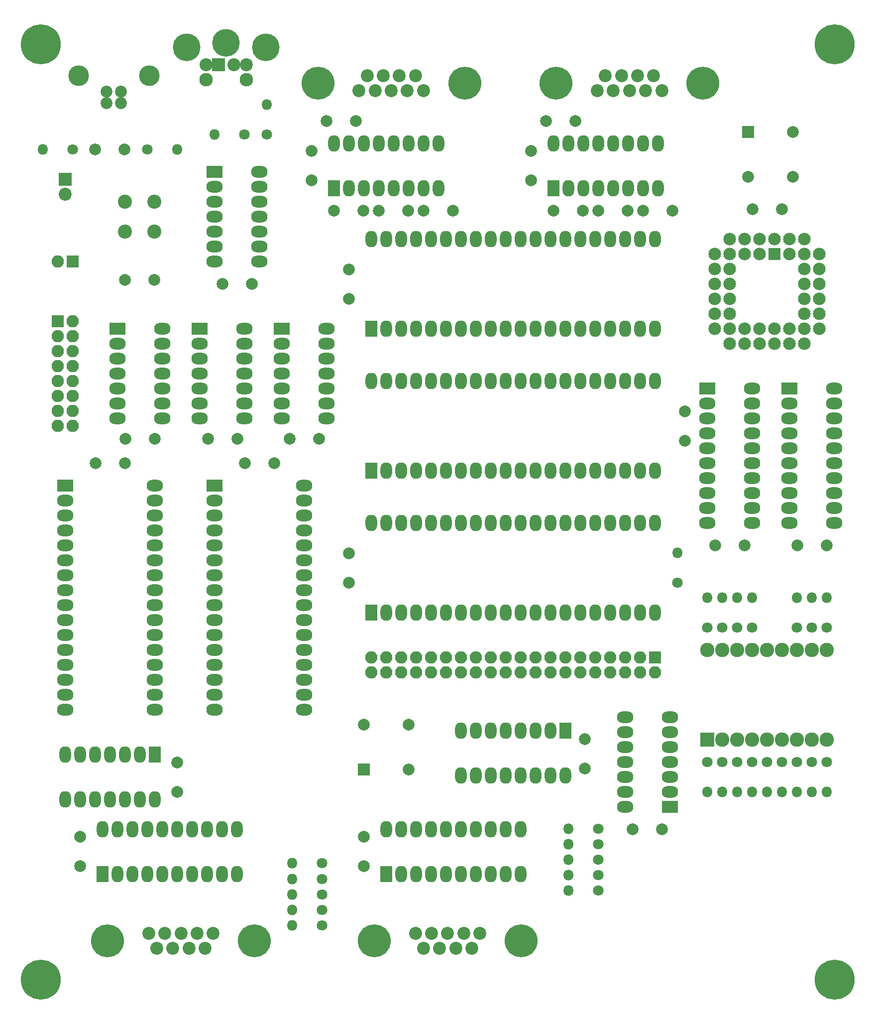
<source format=gbr>
%TF.GenerationSoftware,KiCad,Pcbnew,4.0.7*%
%TF.CreationDate,2018-05-30T14:50:17-04:00*%
%TF.ProjectId,z80,7A38302E6B696361645F706362000000,1*%
%TF.FileFunction,Soldermask,Top*%
%FSLAX46Y46*%
G04 Gerber Fmt 4.6, Leading zero omitted, Abs format (unit mm)*
G04 Created by KiCad (PCBNEW 4.0.7) date Wednesday, May 30, 2018 'PMt' 02:50:17 PM*
%MOMM*%
%LPD*%
G01*
G04 APERTURE LIST*
%ADD10C,0.150000*%
%ADD11C,6.800000*%
%ADD12R,2.432000X2.432000*%
%ADD13C,2.432000*%
%ADD14C,2.000000*%
%ADD15R,2.200000X2.200000*%
%ADD16C,2.200000*%
%ADD17R,2.100000X2.100000*%
%ADD18O,2.100000X2.100000*%
%ADD19C,1.800000*%
%ADD20O,1.800000X1.800000*%
%ADD21C,2.400000*%
%ADD22R,2.000000X2.800000*%
%ADD23O,2.000000X2.800000*%
%ADD24R,2.800000X2.000000*%
%ADD25O,2.800000X2.000000*%
%ADD26R,2.150000X2.150000*%
%ADD27C,2.150000*%
%ADD28R,2.000000X2.000000*%
%ADD29C,5.600000*%
%ADD30C,2.020000*%
%ADD31C,3.500000*%
%ADD32C,4.700000*%
%ADD33C,2.300000*%
G04 APERTURE END LIST*
D10*
D11*
X20000000Y-20000000D03*
X20000000Y-179000000D03*
X155000000Y-179000000D03*
D12*
X133350000Y-138200000D03*
D13*
X135890000Y-138200000D03*
X138430000Y-138200000D03*
X140970000Y-138200000D03*
X140970000Y-122960000D03*
X138430000Y-122960000D03*
X135890000Y-122960000D03*
X133350000Y-122960000D03*
X143510000Y-138200000D03*
X146050000Y-138200000D03*
X148590000Y-138200000D03*
X151130000Y-138200000D03*
X143510000Y-122960000D03*
X146050000Y-122960000D03*
X148590000Y-122960000D03*
X151130000Y-122960000D03*
X153670000Y-138200000D03*
X153670000Y-122960000D03*
D14*
X39340800Y-60069600D03*
X34340800Y-60069600D03*
X72390000Y-111530000D03*
X72390000Y-106530000D03*
X55880000Y-60730000D03*
X50880000Y-60730000D03*
X34290000Y-91210000D03*
X29290000Y-91210000D03*
X43180000Y-147090000D03*
X43180000Y-142090000D03*
X59690000Y-91210000D03*
X54690000Y-91210000D03*
X112572800Y-143098400D03*
X112572800Y-138098400D03*
X26670000Y-154710000D03*
X26670000Y-159710000D03*
X74930000Y-154710000D03*
X74930000Y-159710000D03*
X139700000Y-105180000D03*
X134700000Y-105180000D03*
X153670000Y-105180000D03*
X148670000Y-105180000D03*
X69850000Y-48284000D03*
X74850000Y-48284000D03*
X107238800Y-48284000D03*
X112238800Y-48284000D03*
X77470000Y-48284000D03*
X82470000Y-48284000D03*
X114858800Y-48284000D03*
X119858800Y-48284000D03*
X66040000Y-38124000D03*
X66040000Y-43124000D03*
X85090000Y-48284000D03*
X90090000Y-48284000D03*
X103428800Y-38124000D03*
X103428800Y-43124000D03*
X122478800Y-48284000D03*
X127478800Y-48284000D03*
X120650000Y-153440000D03*
X125650000Y-153440000D03*
X72390000Y-63270000D03*
X72390000Y-58270000D03*
X68580000Y-33044000D03*
X73580000Y-33044000D03*
X105968800Y-33044000D03*
X110968800Y-33044000D03*
X29210000Y-37870000D03*
X34210000Y-37870000D03*
X129540000Y-82400000D03*
X129540000Y-87400000D03*
X67310000Y-87095200D03*
X62310000Y-87095200D03*
X146050000Y-48030000D03*
X141050000Y-48030000D03*
X39370000Y-87095200D03*
X34370000Y-87095200D03*
X53441600Y-87095200D03*
X48441600Y-87095200D03*
D15*
X24130000Y-42950000D03*
D16*
X24130000Y-45490000D03*
D17*
X22860000Y-67080000D03*
D18*
X25400000Y-67080000D03*
X22860000Y-69620000D03*
X25400000Y-69620000D03*
X22860000Y-72160000D03*
X25400000Y-72160000D03*
X22860000Y-74700000D03*
X25400000Y-74700000D03*
X22860000Y-77240000D03*
X25400000Y-77240000D03*
X22860000Y-79780000D03*
X25400000Y-79780000D03*
X22860000Y-82320000D03*
X25400000Y-82320000D03*
X22860000Y-84860000D03*
X25400000Y-84860000D03*
D17*
X124460000Y-124230000D03*
D18*
X124460000Y-126770000D03*
X121920000Y-124230000D03*
X121920000Y-126770000D03*
X119380000Y-124230000D03*
X119380000Y-126770000D03*
X116840000Y-124230000D03*
X116840000Y-126770000D03*
X114300000Y-124230000D03*
X114300000Y-126770000D03*
X111760000Y-124230000D03*
X111760000Y-126770000D03*
X109220000Y-124230000D03*
X109220000Y-126770000D03*
X106680000Y-124230000D03*
X106680000Y-126770000D03*
X104140000Y-124230000D03*
X104140000Y-126770000D03*
X101600000Y-124230000D03*
X101600000Y-126770000D03*
X99060000Y-124230000D03*
X99060000Y-126770000D03*
X96520000Y-124230000D03*
X96520000Y-126770000D03*
X93980000Y-124230000D03*
X93980000Y-126770000D03*
X91440000Y-124230000D03*
X91440000Y-126770000D03*
X88900000Y-124230000D03*
X88900000Y-126770000D03*
X86360000Y-124230000D03*
X86360000Y-126770000D03*
X83820000Y-124230000D03*
X83820000Y-126770000D03*
X81280000Y-124230000D03*
X81280000Y-126770000D03*
X78740000Y-124230000D03*
X78740000Y-126770000D03*
X76200000Y-124230000D03*
X76200000Y-126770000D03*
D17*
X25400000Y-56920000D03*
D18*
X22860000Y-56920000D03*
D19*
X38100000Y-37870000D03*
D20*
X43180000Y-37870000D03*
D19*
X67868800Y-159231200D03*
D20*
X62788800Y-159231200D03*
D19*
X114808000Y-153338400D03*
D20*
X109728000Y-153338400D03*
D19*
X67868800Y-161872800D03*
D20*
X62788800Y-161872800D03*
D19*
X114785240Y-155980000D03*
D20*
X109705240Y-155980000D03*
D19*
X67864336Y-164514400D03*
D20*
X62784336Y-164514400D03*
D19*
X114808000Y-158621600D03*
D20*
X109728000Y-158621600D03*
D19*
X67864336Y-167156000D03*
D20*
X62784336Y-167156000D03*
D19*
X114785240Y-161263200D03*
D20*
X109705240Y-161263200D03*
D19*
X67868800Y-169797600D03*
D20*
X62788800Y-169797600D03*
D19*
X114785240Y-163819306D03*
D20*
X109705240Y-163819306D03*
D19*
X138430000Y-119150000D03*
D20*
X138430000Y-114070000D03*
D19*
X140970000Y-119150000D03*
D20*
X140970000Y-114070000D03*
D19*
X138430000Y-142010000D03*
D20*
X138430000Y-147090000D03*
D19*
X135890000Y-142010000D03*
D20*
X135890000Y-147090000D03*
D19*
X133350000Y-142010000D03*
D20*
X133350000Y-147090000D03*
D19*
X133350000Y-119150000D03*
D20*
X133350000Y-114070000D03*
D19*
X25400000Y-37870000D03*
D20*
X20320000Y-37870000D03*
D19*
X135890000Y-119150000D03*
D20*
X135890000Y-114070000D03*
D19*
X140970000Y-142010000D03*
D20*
X140970000Y-147090000D03*
D19*
X151130000Y-119150000D03*
D20*
X151130000Y-114070000D03*
D19*
X153670000Y-119150000D03*
D20*
X153670000Y-114070000D03*
D19*
X151130000Y-142010000D03*
D20*
X151130000Y-147090000D03*
D19*
X146050000Y-142010000D03*
D20*
X146050000Y-147090000D03*
D19*
X143510000Y-142010000D03*
D20*
X143510000Y-147090000D03*
D19*
X148590000Y-119150000D03*
D20*
X148590000Y-114070000D03*
D19*
X148590000Y-142010000D03*
D20*
X148590000Y-147090000D03*
D19*
X153670000Y-142010000D03*
D20*
X153670000Y-147090000D03*
D19*
X128270000Y-111530000D03*
D20*
X128270000Y-106450000D03*
D19*
X58420000Y-35330000D03*
D20*
X58420000Y-30250000D03*
D19*
X54610000Y-35330000D03*
D20*
X49530000Y-35330000D03*
D21*
X39330000Y-51800000D03*
X34330000Y-51800000D03*
X39330000Y-46800000D03*
X34330000Y-46800000D03*
D22*
X76200000Y-116610000D03*
D23*
X124460000Y-101370000D03*
X78740000Y-116610000D03*
X121920000Y-101370000D03*
X81280000Y-116610000D03*
X119380000Y-101370000D03*
X83820000Y-116610000D03*
X116840000Y-101370000D03*
X86360000Y-116610000D03*
X114300000Y-101370000D03*
X88900000Y-116610000D03*
X111760000Y-101370000D03*
X91440000Y-116610000D03*
X109220000Y-101370000D03*
X93980000Y-116610000D03*
X106680000Y-101370000D03*
X96520000Y-116610000D03*
X104140000Y-101370000D03*
X99060000Y-116610000D03*
X101600000Y-101370000D03*
X101600000Y-116610000D03*
X99060000Y-101370000D03*
X104140000Y-116610000D03*
X96520000Y-101370000D03*
X106680000Y-116610000D03*
X93980000Y-101370000D03*
X109220000Y-116610000D03*
X91440000Y-101370000D03*
X111760000Y-116610000D03*
X88900000Y-101370000D03*
X114300000Y-116610000D03*
X86360000Y-101370000D03*
X116840000Y-116610000D03*
X83820000Y-101370000D03*
X119380000Y-116610000D03*
X81280000Y-101370000D03*
X121920000Y-116610000D03*
X78740000Y-101370000D03*
X124460000Y-116610000D03*
X76200000Y-101370000D03*
D24*
X49530000Y-41680000D03*
D25*
X57150000Y-56920000D03*
X49530000Y-44220000D03*
X57150000Y-54380000D03*
X49530000Y-46760000D03*
X57150000Y-51840000D03*
X49530000Y-49300000D03*
X57150000Y-49300000D03*
X49530000Y-51840000D03*
X57150000Y-46760000D03*
X49530000Y-54380000D03*
X57150000Y-44220000D03*
X49530000Y-56920000D03*
X57150000Y-41680000D03*
D24*
X24130000Y-95020000D03*
D25*
X39370000Y-133120000D03*
X24130000Y-97560000D03*
X39370000Y-130580000D03*
X24130000Y-100100000D03*
X39370000Y-128040000D03*
X24130000Y-102640000D03*
X39370000Y-125500000D03*
X24130000Y-105180000D03*
X39370000Y-122960000D03*
X24130000Y-107720000D03*
X39370000Y-120420000D03*
X24130000Y-110260000D03*
X39370000Y-117880000D03*
X24130000Y-112800000D03*
X39370000Y-115340000D03*
X24130000Y-115340000D03*
X39370000Y-112800000D03*
X24130000Y-117880000D03*
X39370000Y-110260000D03*
X24130000Y-120420000D03*
X39370000Y-107720000D03*
X24130000Y-122960000D03*
X39370000Y-105180000D03*
X24130000Y-125500000D03*
X39370000Y-102640000D03*
X24130000Y-128040000D03*
X39370000Y-100100000D03*
X24130000Y-130580000D03*
X39370000Y-97560000D03*
X24130000Y-133120000D03*
X39370000Y-95020000D03*
D22*
X39370000Y-140740000D03*
D23*
X24130000Y-148360000D03*
X36830000Y-140740000D03*
X26670000Y-148360000D03*
X34290000Y-140740000D03*
X29210000Y-148360000D03*
X31750000Y-140740000D03*
X31750000Y-148360000D03*
X29210000Y-140740000D03*
X34290000Y-148360000D03*
X26670000Y-140740000D03*
X36830000Y-148360000D03*
X24130000Y-140740000D03*
X39370000Y-148360000D03*
D24*
X49530000Y-95020000D03*
D25*
X64770000Y-133120000D03*
X49530000Y-97560000D03*
X64770000Y-130580000D03*
X49530000Y-100100000D03*
X64770000Y-128040000D03*
X49530000Y-102640000D03*
X64770000Y-125500000D03*
X49530000Y-105180000D03*
X64770000Y-122960000D03*
X49530000Y-107720000D03*
X64770000Y-120420000D03*
X49530000Y-110260000D03*
X64770000Y-117880000D03*
X49530000Y-112800000D03*
X64770000Y-115340000D03*
X49530000Y-115340000D03*
X64770000Y-112800000D03*
X49530000Y-117880000D03*
X64770000Y-110260000D03*
X49530000Y-120420000D03*
X64770000Y-107720000D03*
X49530000Y-122960000D03*
X64770000Y-105180000D03*
X49530000Y-125500000D03*
X64770000Y-102640000D03*
X49530000Y-128040000D03*
X64770000Y-100100000D03*
X49530000Y-130580000D03*
X64770000Y-97560000D03*
X49530000Y-133120000D03*
X64770000Y-95020000D03*
D22*
X109220000Y-136676000D03*
D23*
X91440000Y-144296000D03*
X106680000Y-136676000D03*
X93980000Y-144296000D03*
X104140000Y-136676000D03*
X96520000Y-144296000D03*
X101600000Y-136676000D03*
X99060000Y-144296000D03*
X99060000Y-136676000D03*
X101600000Y-144296000D03*
X96520000Y-136676000D03*
X104140000Y-144296000D03*
X93980000Y-136676000D03*
X106680000Y-144296000D03*
X91440000Y-136676000D03*
X109220000Y-144296000D03*
D24*
X133350000Y-78510000D03*
D25*
X140970000Y-101370000D03*
X133350000Y-81050000D03*
X140970000Y-98830000D03*
X133350000Y-83590000D03*
X140970000Y-96290000D03*
X133350000Y-86130000D03*
X140970000Y-93750000D03*
X133350000Y-88670000D03*
X140970000Y-91210000D03*
X133350000Y-91210000D03*
X140970000Y-88670000D03*
X133350000Y-93750000D03*
X140970000Y-86130000D03*
X133350000Y-96290000D03*
X140970000Y-83590000D03*
X133350000Y-98830000D03*
X140970000Y-81050000D03*
X133350000Y-101370000D03*
X140970000Y-78510000D03*
D24*
X147320000Y-78510000D03*
D25*
X154940000Y-101370000D03*
X147320000Y-81050000D03*
X154940000Y-98830000D03*
X147320000Y-83590000D03*
X154940000Y-96290000D03*
X147320000Y-86130000D03*
X154940000Y-93750000D03*
X147320000Y-88670000D03*
X154940000Y-91210000D03*
X147320000Y-91210000D03*
X154940000Y-88670000D03*
X147320000Y-93750000D03*
X154940000Y-86130000D03*
X147320000Y-96290000D03*
X154940000Y-83590000D03*
X147320000Y-98830000D03*
X154940000Y-81050000D03*
X147320000Y-101370000D03*
X154940000Y-78510000D03*
D24*
X127000000Y-149630000D03*
D25*
X119380000Y-134390000D03*
X127000000Y-147090000D03*
X119380000Y-136930000D03*
X127000000Y-144550000D03*
X119380000Y-139470000D03*
X127000000Y-142010000D03*
X119380000Y-142010000D03*
X127000000Y-139470000D03*
X119380000Y-144550000D03*
X127000000Y-136930000D03*
X119380000Y-147090000D03*
X127000000Y-134390000D03*
X119380000Y-149630000D03*
D22*
X76200000Y-68350000D03*
D23*
X124460000Y-53110000D03*
X78740000Y-68350000D03*
X121920000Y-53110000D03*
X81280000Y-68350000D03*
X119380000Y-53110000D03*
X83820000Y-68350000D03*
X116840000Y-53110000D03*
X86360000Y-68350000D03*
X114300000Y-53110000D03*
X88900000Y-68350000D03*
X111760000Y-53110000D03*
X91440000Y-68350000D03*
X109220000Y-53110000D03*
X93980000Y-68350000D03*
X106680000Y-53110000D03*
X96520000Y-68350000D03*
X104140000Y-53110000D03*
X99060000Y-68350000D03*
X101600000Y-53110000D03*
X101600000Y-68350000D03*
X99060000Y-53110000D03*
X104140000Y-68350000D03*
X96520000Y-53110000D03*
X106680000Y-68350000D03*
X93980000Y-53110000D03*
X109220000Y-68350000D03*
X91440000Y-53110000D03*
X111760000Y-68350000D03*
X88900000Y-53110000D03*
X114300000Y-68350000D03*
X86360000Y-53110000D03*
X116840000Y-68350000D03*
X83820000Y-53110000D03*
X119380000Y-68350000D03*
X81280000Y-53110000D03*
X121920000Y-68350000D03*
X78740000Y-53110000D03*
X124460000Y-68350000D03*
X76200000Y-53110000D03*
D22*
X69850000Y-44474000D03*
D23*
X87630000Y-36854000D03*
X72390000Y-44474000D03*
X85090000Y-36854000D03*
X74930000Y-44474000D03*
X82550000Y-36854000D03*
X77470000Y-44474000D03*
X80010000Y-36854000D03*
X80010000Y-44474000D03*
X77470000Y-36854000D03*
X82550000Y-44474000D03*
X74930000Y-36854000D03*
X85090000Y-44474000D03*
X72390000Y-36854000D03*
X87630000Y-44474000D03*
X69850000Y-36854000D03*
D22*
X107238800Y-44474000D03*
D23*
X125018800Y-36854000D03*
X109778800Y-44474000D03*
X122478800Y-36854000D03*
X112318800Y-44474000D03*
X119938800Y-36854000D03*
X114858800Y-44474000D03*
X117398800Y-36854000D03*
X117398800Y-44474000D03*
X114858800Y-36854000D03*
X119938800Y-44474000D03*
X112318800Y-36854000D03*
X122478800Y-44474000D03*
X109778800Y-36854000D03*
X125018800Y-44474000D03*
X107238800Y-36854000D03*
D22*
X30480000Y-161060000D03*
D23*
X53340000Y-153440000D03*
X33020000Y-161060000D03*
X50800000Y-153440000D03*
X35560000Y-161060000D03*
X48260000Y-153440000D03*
X38100000Y-161060000D03*
X45720000Y-153440000D03*
X40640000Y-161060000D03*
X43180000Y-153440000D03*
X43180000Y-161060000D03*
X40640000Y-153440000D03*
X45720000Y-161060000D03*
X38100000Y-153440000D03*
X48260000Y-161060000D03*
X35560000Y-153440000D03*
X50800000Y-161060000D03*
X33020000Y-153440000D03*
X53340000Y-161060000D03*
X30480000Y-153440000D03*
D22*
X78740000Y-161060000D03*
D23*
X101600000Y-153440000D03*
X81280000Y-161060000D03*
X99060000Y-153440000D03*
X83820000Y-161060000D03*
X96520000Y-153440000D03*
X86360000Y-161060000D03*
X93980000Y-153440000D03*
X88900000Y-161060000D03*
X91440000Y-153440000D03*
X91440000Y-161060000D03*
X88900000Y-153440000D03*
X93980000Y-161060000D03*
X86360000Y-153440000D03*
X96520000Y-161060000D03*
X83820000Y-153440000D03*
X99060000Y-161060000D03*
X81280000Y-153440000D03*
X101600000Y-161060000D03*
X78740000Y-153440000D03*
D22*
X76200000Y-92480000D03*
D23*
X124460000Y-77240000D03*
X78740000Y-92480000D03*
X121920000Y-77240000D03*
X81280000Y-92480000D03*
X119380000Y-77240000D03*
X83820000Y-92480000D03*
X116840000Y-77240000D03*
X86360000Y-92480000D03*
X114300000Y-77240000D03*
X88900000Y-92480000D03*
X111760000Y-77240000D03*
X91440000Y-92480000D03*
X109220000Y-77240000D03*
X93980000Y-92480000D03*
X106680000Y-77240000D03*
X96520000Y-92480000D03*
X104140000Y-77240000D03*
X99060000Y-92480000D03*
X101600000Y-77240000D03*
X101600000Y-92480000D03*
X99060000Y-77240000D03*
X104140000Y-92480000D03*
X96520000Y-77240000D03*
X106680000Y-92480000D03*
X93980000Y-77240000D03*
X109220000Y-92480000D03*
X91440000Y-77240000D03*
X111760000Y-92480000D03*
X88900000Y-77240000D03*
X114300000Y-92480000D03*
X86360000Y-77240000D03*
X116840000Y-92480000D03*
X83820000Y-77240000D03*
X119380000Y-92480000D03*
X81280000Y-77240000D03*
X121920000Y-92480000D03*
X78740000Y-77240000D03*
X124460000Y-92480000D03*
X76200000Y-77240000D03*
D24*
X60960000Y-68350000D03*
D25*
X68580000Y-83590000D03*
X60960000Y-70890000D03*
X68580000Y-81050000D03*
X60960000Y-73430000D03*
X68580000Y-78510000D03*
X60960000Y-75970000D03*
X68580000Y-75970000D03*
X60960000Y-78510000D03*
X68580000Y-73430000D03*
X60960000Y-81050000D03*
X68580000Y-70890000D03*
X60960000Y-83590000D03*
X68580000Y-68350000D03*
D26*
X144780000Y-55650000D03*
D27*
X142240000Y-55650000D03*
X139700000Y-55650000D03*
X147320000Y-55650000D03*
X149860000Y-55650000D03*
X142240000Y-53110000D03*
X139700000Y-53110000D03*
X137160000Y-53110000D03*
X144780000Y-53110000D03*
X147320000Y-53110000D03*
X137160000Y-55650000D03*
X137160000Y-58190000D03*
X137160000Y-60730000D03*
X137160000Y-63270000D03*
X137160000Y-65810000D03*
X134620000Y-55650000D03*
X134620000Y-58190000D03*
X134620000Y-60730000D03*
X134620000Y-63270000D03*
X134620000Y-65810000D03*
X134620000Y-68350000D03*
X137160000Y-68350000D03*
X139700000Y-68350000D03*
X142240000Y-68350000D03*
X144780000Y-68350000D03*
X147320000Y-68350000D03*
X149860000Y-68350000D03*
X137160000Y-70890000D03*
X139700000Y-70890000D03*
X142240000Y-70890000D03*
X144780000Y-70890000D03*
X147320000Y-70890000D03*
X149860000Y-70890000D03*
X149860000Y-65810000D03*
X149860000Y-63270000D03*
X149860000Y-60730000D03*
X149860000Y-58190000D03*
X149860000Y-53110000D03*
X152400000Y-68350000D03*
X152400000Y-65810000D03*
X152400000Y-63270000D03*
X152400000Y-60730000D03*
X152400000Y-58190000D03*
X152400000Y-55650000D03*
D24*
X33020000Y-68350000D03*
D25*
X40640000Y-83590000D03*
X33020000Y-70890000D03*
X40640000Y-81050000D03*
X33020000Y-73430000D03*
X40640000Y-78510000D03*
X33020000Y-75970000D03*
X40640000Y-75970000D03*
X33020000Y-78510000D03*
X40640000Y-73430000D03*
X33020000Y-81050000D03*
X40640000Y-70890000D03*
X33020000Y-83590000D03*
X40640000Y-68350000D03*
D24*
X46990000Y-68350000D03*
D25*
X54610000Y-83590000D03*
X46990000Y-70890000D03*
X54610000Y-81050000D03*
X46990000Y-73430000D03*
X54610000Y-78510000D03*
X46990000Y-75970000D03*
X54610000Y-75970000D03*
X46990000Y-78510000D03*
X54610000Y-73430000D03*
X46990000Y-81050000D03*
X54610000Y-70890000D03*
X46990000Y-83590000D03*
X54610000Y-68350000D03*
D28*
X74930000Y-143280000D03*
D14*
X74930000Y-135660000D03*
X82550000Y-135660000D03*
X82550000Y-143280000D03*
D28*
X140309600Y-34872800D03*
D14*
X147929600Y-34872800D03*
X147929600Y-42492800D03*
X140309600Y-42492800D03*
D29*
X67115000Y-26592400D03*
D16*
X75500000Y-25322400D03*
X78240000Y-25322400D03*
X80980000Y-25322400D03*
X83720000Y-25322400D03*
X74130000Y-27862400D03*
X76870000Y-27862400D03*
X79610000Y-27862400D03*
X82350000Y-27862400D03*
X85090000Y-27862400D03*
D29*
X92105000Y-26592400D03*
X107648600Y-26592400D03*
D16*
X116033600Y-25322400D03*
X118773600Y-25322400D03*
X121513600Y-25322400D03*
X124253600Y-25322400D03*
X114663600Y-27862400D03*
X117403600Y-27862400D03*
X120143600Y-27862400D03*
X122883600Y-27862400D03*
X125623600Y-27862400D03*
D29*
X132638600Y-26592400D03*
X101706200Y-172388400D03*
D16*
X93321200Y-173658400D03*
X90581200Y-173658400D03*
X87841200Y-173658400D03*
X85101200Y-173658400D03*
X94691200Y-171118400D03*
X91951200Y-171118400D03*
X89211200Y-171118400D03*
X86471200Y-171118400D03*
X83731200Y-171118400D03*
D29*
X76716200Y-172388400D03*
X56340200Y-172370000D03*
D16*
X47955200Y-173640000D03*
X45215200Y-173640000D03*
X42475200Y-173640000D03*
X39735200Y-173640000D03*
X49325200Y-171100000D03*
X46585200Y-171100000D03*
X43845200Y-171100000D03*
X41105200Y-171100000D03*
X38365200Y-171100000D03*
D29*
X31350200Y-172370000D03*
D30*
X33670000Y-30029200D03*
X31170000Y-30029200D03*
X31170000Y-28029200D03*
X33670000Y-28029200D03*
D31*
X38440000Y-25319200D03*
X26400000Y-25319200D03*
D32*
X44780000Y-20512400D03*
X58280000Y-20512400D03*
D15*
X50230000Y-23512400D03*
D16*
X52830000Y-23512400D03*
X48130000Y-23512400D03*
X54930000Y-23512400D03*
D33*
X54930000Y-26012400D03*
X48130000Y-26012400D03*
D32*
X51530000Y-19712400D03*
D11*
X155000000Y-20000000D03*
M02*

</source>
